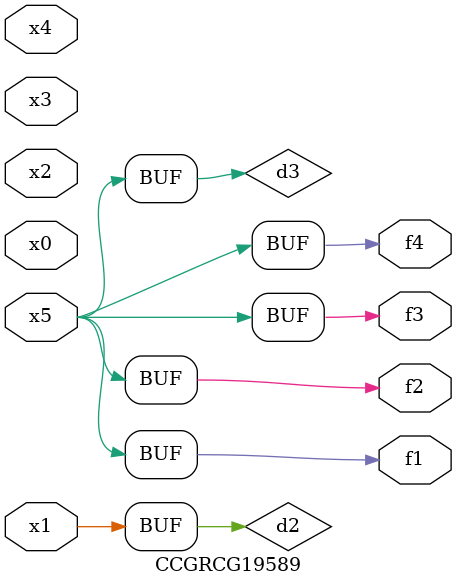
<source format=v>
module CCGRCG19589(
	input x0, x1, x2, x3, x4, x5,
	output f1, f2, f3, f4
);

	wire d1, d2, d3;

	not (d1, x5);
	or (d2, x1);
	xnor (d3, d1);
	assign f1 = d3;
	assign f2 = d3;
	assign f3 = d3;
	assign f4 = d3;
endmodule

</source>
